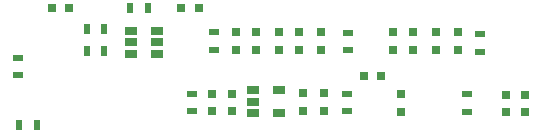
<source format=gbp>
%TF.GenerationSoftware,KiCad,Pcbnew,4.0.7*%
%TF.CreationDate,2017-11-22T20:15:40+08:00*%
%TF.ProjectId,STM32F401CCT6,53544D333246343031434354362E6B69,rev?*%
%TF.FileFunction,Paste,Bot*%
%FSLAX46Y46*%
G04 Gerber Fmt 4.6, Leading zero omitted, Abs format (unit mm)*
G04 Created by KiCad (PCBNEW 4.0.7) date 11/22/17 20:15:40*
%MOMM*%
%LPD*%
G01*
G04 APERTURE LIST*
%ADD10C,0.100000*%
%ADD11R,0.500000X0.900000*%
%ADD12R,0.800000X0.750000*%
%ADD13R,0.750000X0.800000*%
%ADD14R,0.900000X0.500000*%
%ADD15R,1.060000X0.650000*%
G04 APERTURE END LIST*
D10*
D11*
X2242000Y-16362000D03*
X3742000Y-16362000D03*
D12*
X31402000Y-12262000D03*
X32902000Y-12262000D03*
D13*
X34542000Y-13792000D03*
X34542000Y-15292000D03*
X45102000Y-15342000D03*
X45102000Y-13842000D03*
D12*
X6482000Y-6472000D03*
X4982000Y-6472000D03*
X15962000Y-6532000D03*
X17462000Y-6532000D03*
D14*
X16912000Y-13752000D03*
X16912000Y-15252000D03*
D13*
X18592000Y-15242000D03*
X18592000Y-13742000D03*
X20232000Y-13752000D03*
X20232000Y-15252000D03*
D15*
X22002000Y-15382000D03*
X22002000Y-14432000D03*
X22002000Y-13482000D03*
X24202000Y-13482000D03*
X24202000Y-15382000D03*
D13*
X26282000Y-13722000D03*
X26282000Y-15222000D03*
X28022000Y-13732000D03*
X28022000Y-15232000D03*
D14*
X30012000Y-13752000D03*
X30012000Y-15252000D03*
X40192000Y-13812000D03*
X40192000Y-15312000D03*
D13*
X43452000Y-15322000D03*
X43452000Y-13822000D03*
D14*
X41240000Y-8700000D03*
X41240000Y-10200000D03*
D13*
X37502000Y-10072000D03*
X37502000Y-8572000D03*
X35602000Y-8552000D03*
X35602000Y-10052000D03*
X33872000Y-8552000D03*
X33872000Y-10052000D03*
D14*
X30082000Y-10092000D03*
X30082000Y-8592000D03*
D13*
X27772000Y-10052000D03*
X27772000Y-8552000D03*
X20592000Y-10042000D03*
X20592000Y-8542000D03*
X25892000Y-10042000D03*
X25892000Y-8542000D03*
X22322000Y-10062000D03*
X22322000Y-8562000D03*
X24202000Y-10032000D03*
X24202000Y-8532000D03*
D14*
X18772000Y-8522000D03*
X18772000Y-10022000D03*
D11*
X13120000Y-6510000D03*
X11620000Y-6510000D03*
D15*
X13882000Y-8462000D03*
X13882000Y-9412000D03*
X13882000Y-10362000D03*
X11682000Y-10362000D03*
X11682000Y-8462000D03*
X11682000Y-9412000D03*
D11*
X9452000Y-10152000D03*
X7952000Y-10152000D03*
X9452000Y-8242000D03*
X7952000Y-8242000D03*
D14*
X2162000Y-10692000D03*
X2162000Y-12192000D03*
D13*
X39362000Y-10072000D03*
X39362000Y-8572000D03*
M02*

</source>
